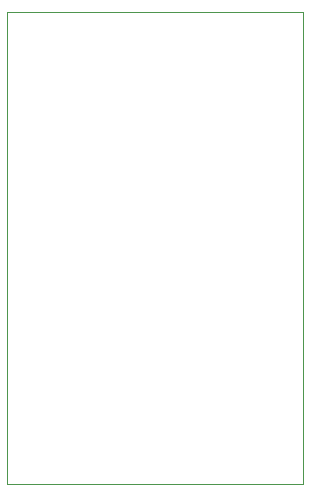
<source format=gbp>
G75*
%MOIN*%
%OFA0B0*%
%FSLAX25Y25*%
%IPPOS*%
%LPD*%
%AMOC8*
5,1,8,0,0,1.08239X$1,22.5*
%
%ADD10C,0.00000*%
D10*
X0037739Y0009674D02*
X0037739Y0167154D01*
X0136164Y0167154D01*
X0136164Y0009674D01*
X0037739Y0009674D01*
M02*

</source>
